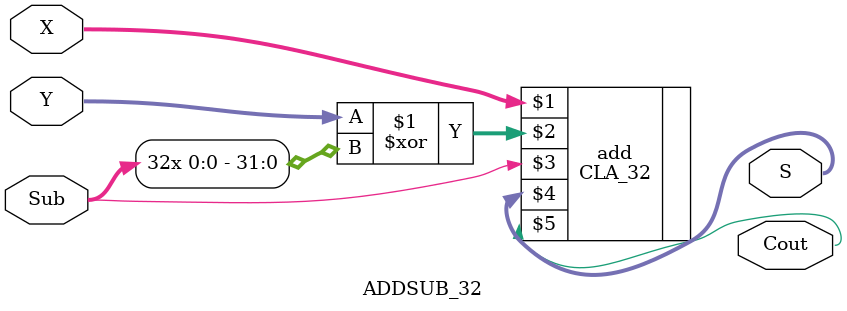
<source format=v>
`timescale 1ns / 1ps

module ADDSUB_32(X, Y, Sub, S, Cout);

input   [31:0]  X, Y;
input           Sub;
output  [31:0]  S;
output          Cout;

CLA_32  add(X, Y^{32{Sub}}, Sub, S, Cout);

endmodule

</source>
